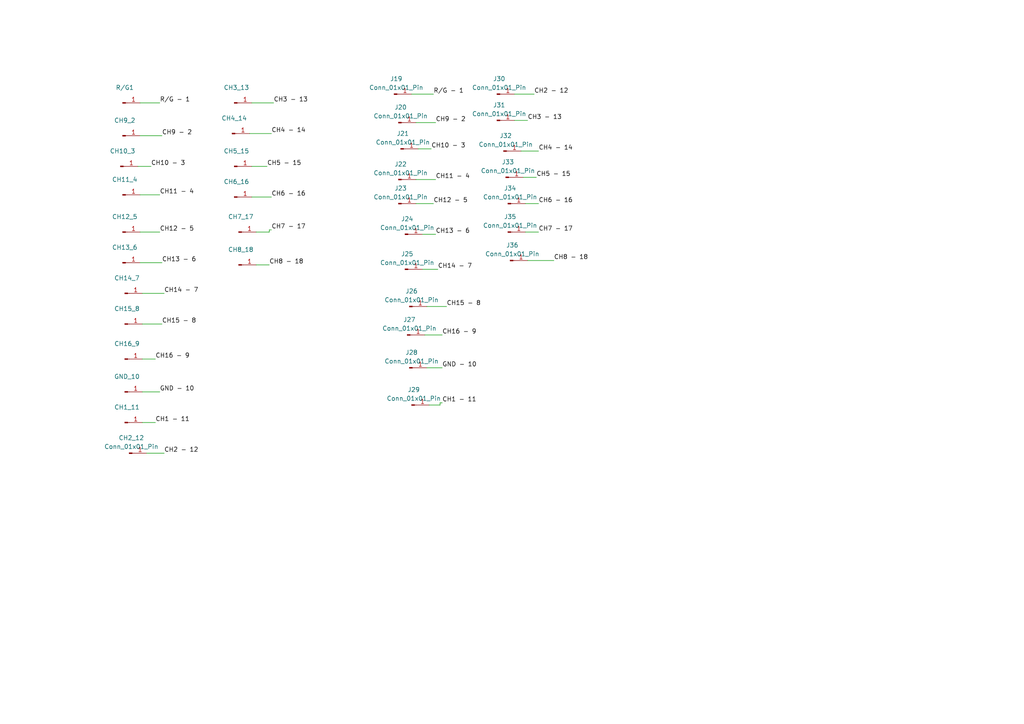
<source format=kicad_sch>
(kicad_sch (version 20230121) (generator eeschema)
  (paper "A4")
  (lib_symbols
    (symbol "Connector:Conn_01x01_Pin" (pin_names (offset 1.016) hide)
      (property "Reference" "J" (at 0 2.54 0))
      (property "Value" "Conn_01x01_Pin" (at 0 -2.54 0))
      (symbol "Conn_01x01_Pin_1_1"
        (polyline (pts (xy 1.27 0) (xy 0.8636 0)) (stroke (width 0.1524)))
        (rectangle (start 0.8636 0.127) (end 0 -0.127) (stroke (width 0.1524)) (fill (type outline)))
        (pin passive line (at 5.08 0 180) (length 3.81) (name "Pin_1") (number "1"))
      )
    )
  )
  (wire (pts (xy 128.27 106.68) (xy 123.825 106.68)))
  (wire (pts (xy 127 78.105) (xy 122.555 78.105)))
  (wire (pts (xy 128.27 116.84) (xy 127.635 116.84)))
  (wire (pts (xy 125.73 27.305) (xy 119.38 27.305)))
  (wire (pts (xy 127.635 117.475) (xy 124.46 117.475)))
  (wire (pts (xy 129.54 88.9) (xy 123.825 88.9)))
  (wire (pts (xy 46.99 76.2) (xy 40.64 76.2)))
  (wire (pts (xy 126.365 35.56) (xy 120.65 35.56)))
  (wire (pts (xy 46.355 29.845) (xy 40.64 29.845)))
  (wire (pts (xy 46.355 113.665) (xy 41.275 113.665)))
  (wire (pts (xy 78.105 67.31) (xy 74.295 67.31)))
  (wire (pts (xy 46.355 67.31) (xy 40.64 67.31)))
  (wire (pts (xy 78.74 66.675) (xy 78.105 66.675)))
  (wire (pts (xy 79.375 29.845) (xy 73.025 29.845)))
  (wire (pts (xy 47.625 131.445) (xy 42.545 131.445)))
  (wire (pts (xy 78.105 66.675) (xy 78.105 67.31)))
  (wire (pts (xy 160.655 75.565) (xy 153.035 75.565)))
  (wire (pts (xy 125.73 59.055) (xy 120.65 59.055)))
  (wire (pts (xy 46.99 93.98) (xy 41.275 93.98)))
  (wire (pts (xy 154.94 27.305) (xy 149.225 27.305)))
  (wire (pts (xy 156.21 67.31) (xy 152.4 67.31)))
  (wire (pts (xy 156.21 43.815) (xy 151.13 43.815)))
  (wire (pts (xy 43.815 48.26) (xy 40.005 48.26)))
  (wire (pts (xy 47.625 85.09) (xy 41.275 85.09)))
  (wire (pts (xy 45.085 104.14) (xy 41.275 104.14)))
  (wire (pts (xy 126.365 67.945) (xy 122.555 67.945)))
  (wire (pts (xy 156.21 59.055) (xy 152.4 59.055)))
  (wire (pts (xy 126.365 52.07) (xy 120.65 52.07)))
  (wire (pts (xy 78.74 38.735) (xy 72.39 38.735)))
  (wire (pts (xy 46.99 39.37) (xy 40.64 39.37)))
  (wire (pts (xy 46.355 56.515) (xy 40.64 56.515)))
  (wire (pts (xy 78.74 57.15) (xy 73.025 57.15)))
  (wire (pts (xy 127.635 116.84) (xy 127.635 117.475)))
  (wire (pts (xy 155.575 51.435) (xy 151.765 51.435)))
  (wire (pts (xy 128.27 97.155) (xy 123.19 97.155)))
  (wire (pts (xy 77.47 48.26) (xy 73.025 48.26)))
  (wire (pts (xy 153.035 34.925) (xy 149.225 34.925)))
  (wire (pts (xy 125.095 43.18) (xy 121.285 43.18)))
  (wire (pts (xy 78.105 76.835) (xy 74.295 76.835)))
  (wire (pts (xy 45.085 122.555) (xy 41.275 122.555)))
  (label "CH6 - 16" (at 78.74 57.15 0))
  (label "CH5 - 15" (at 155.575 51.435 0))
  (label "CH6 - 16" (at 156.21 59.055 0))
  (label "CH7 - 17" (at 156.21 67.31 0))
  (label "R{slash}G - 1" (at 125.73 27.305 0))
  (label "CH11 - 4" (at 46.355 56.515 0))
  (label "CH4 - 14" (at 78.74 38.735 0))
  (label "CH9 - 2" (at 46.99 39.37 0))
  (label "CH12 - 5" (at 46.355 67.31 0))
  (label "CH7 - 17" (at 78.74 66.675 0))
  (label "CH9 - 2" (at 126.365 35.56 0))
  (label "CH15 - 8" (at 129.54 88.9 0))
  (label "CH14 - 7" (at 47.625 85.09 0))
  (label "CH16 - 9" (at 45.085 104.14 0))
  (label "CH2 - 12" (at 154.94 27.305 0))
  (label "CH4 - 14" (at 156.21 43.815 0))
  (label "CH13 - 6" (at 46.99 76.2 0))
  (label "CH2 - 12" (at 47.625 131.445 0))
  (label "CH3 - 13" (at 153.035 34.925 0))
  (label "CH1 - 11" (at 45.085 122.555 0))
  (label "CH13 - 6" (at 126.365 67.945 0))
  (label "CH1 - 11" (at 128.27 116.84 0))
  (label "CH16 - 9" (at 128.27 97.155 0))
  (label "CH12 - 5" (at 125.73 59.055 0))
  (label "CH8 - 18" (at 160.655 75.565 0))
  (label "R{slash}G - 1" (at 46.355 29.845 0))
  (label "CH8 - 18" (at 78.105 76.835 0))
  (label "GND - 10" (at 128.27 106.68 0))
  (label "CH5 - 15" (at 77.47 48.26 0))
  (label "CH10 - 3" (at 125.095 43.18 0))
  (label "GND - 10" (at 46.355 113.665 0))
  (label "CH10 - 3" (at 43.815 48.26 0))
  (label "CH14 - 7" (at 127 78.105 0))
  (label "CH15 - 8" (at 46.99 93.98 0))
  (label "CH11 - 4" (at 126.365 52.07 0))
  (label "CH3 - 13" (at 79.375 29.845 0))
  (symbol (lib_id "Connector:Conn_01x01_Pin") (at 119.38 117.475 0) (unit 1)
    (property "Reference" "J29" (at 120.015 113.03 0))
    (property "Value" "Conn_01x01_Pin" (at 120.015 115.57 0))
    (property "Footprint" "Connector_Pin:Pin_D1.3mm_L11.0mm" (effects hide))
  )
  (symbol (lib_id "Connector:Conn_01x01_Pin") (at 147.32 59.055 0) (unit 1)
    (property "Reference" "J34" (at 147.955 54.61 0))
    (property "Value" "Conn_01x01_Pin" (at 147.955 57.15 0))
    (property "Footprint" "Connector_Pin:Pin_D1.3mm_L11.0mm" (effects hide))
  )
  (symbol (lib_id "Connector:Conn_01x01_Pin") (at 37.465 131.445 0) (unit 1)
    (property "Reference" "CH2_12" (at 38.1 127 0))
    (property "Value" "Conn_01x01_Pin" (at 38.1 129.54 0))
    (property "Footprint" "test pad:Test Pad" (effects hide))
  )
  (symbol (lib_id "Connector:Conn_01x01_Pin") (at 36.195 85.09 0) (unit 1)
    (property "Reference" "CH14_7" (at 36.83 80.645 0))
    (property "Value" "Conn_01x01_Pin" (effects hide))
    (property "Footprint" "test pad:Test Pad" (effects hide))
  )
  (symbol (lib_id "Connector:Conn_01x01_Pin") (at 115.57 59.055 0) (unit 1)
    (property "Reference" "J23" (at 116.205 54.61 0))
    (property "Value" "Conn_01x01_Pin" (at 116.205 57.15 0))
    (property "Footprint" "Connector_Pin:Pin_D1.3mm_L11.0mm" (effects hide))
  )
  (symbol (lib_id "Connector:Conn_01x01_Pin") (at 36.195 113.665 0) (unit 1)
    (property "Reference" "GND_10" (at 36.83 109.22 0))
    (property "Value" "Conn_01x01_Pin" (effects hide))
    (property "Footprint" "test pad:Test Pad" (effects hide))
  )
  (symbol (lib_id "Connector:Conn_01x01_Pin") (at 67.945 57.15 0) (unit 1)
    (property "Reference" "CH6_16" (at 68.58 52.705 0))
    (property "Value" "Conn_01x01_Pin" (effects hide))
    (property "Footprint" "test pad:Test Pad" (effects hide))
  )
  (symbol (lib_id "Connector:Conn_01x01_Pin") (at 69.215 76.835 0) (unit 1)
    (property "Reference" "CH8_18" (at 69.85 72.39 0))
    (property "Value" "Conn_01x01_Pin" (effects hide))
    (property "Footprint" "test pad:Test Pad" (effects hide))
  )
  (symbol (lib_id "Connector:Conn_01x01_Pin") (at 115.57 52.07 0) (unit 1)
    (property "Reference" "J22" (at 116.205 47.625 0))
    (property "Value" "Conn_01x01_Pin" (at 116.205 50.165 0))
    (property "Footprint" "Connector_Pin:Pin_D1.3mm_L11.0mm" (effects hide))
  )
  (symbol (lib_id "Connector:Conn_01x01_Pin") (at 36.195 93.98 0) (unit 1)
    (property "Reference" "CH15_8" (at 36.83 89.535 0))
    (property "Value" "Conn_01x01_Pin" (effects hide))
    (property "Footprint" "test pad:Test Pad" (effects hide))
  )
  (symbol (lib_id "Connector:Conn_01x01_Pin") (at 114.3 27.305 0) (unit 1)
    (property "Reference" "J19" (at 114.935 22.86 0))
    (property "Value" "Conn_01x01_Pin" (at 114.935 25.4 0))
    (property "Footprint" "Connector_Pin:Pin_D1.3mm_L11.0mm" (effects hide))
  )
  (symbol (lib_id "Connector:Conn_01x01_Pin") (at 144.145 34.925 0) (unit 1)
    (property "Reference" "J31" (at 144.78 30.48 0))
    (property "Value" "Conn_01x01_Pin" (at 144.78 33.02 0))
    (property "Footprint" "Connector_Pin:Pin_D1.3mm_L11.0mm" (effects hide))
  )
  (symbol (lib_id "Connector:Conn_01x01_Pin") (at 67.31 38.735 0) (unit 1)
    (property "Reference" "CH4_14" (at 67.945 34.29 0))
    (property "Value" "Conn_01x01_Pin" (effects hide))
    (property "Footprint" "test pad:Test Pad" (effects hide))
  )
  (symbol (lib_id "Connector:Conn_01x01_Pin") (at 35.56 56.515 0) (unit 1)
    (property "Reference" "CH11_4" (at 36.195 52.07 0))
    (property "Value" "Conn_01x01_Pin" (effects hide))
    (property "Footprint" "test pad:Test Pad" (effects hide))
  )
  (symbol (lib_id "Connector:Conn_01x01_Pin") (at 146.05 43.815 0) (unit 1)
    (property "Reference" "J32" (at 146.685 39.37 0))
    (property "Value" "Conn_01x01_Pin" (at 146.685 41.91 0))
    (property "Footprint" "Connector_Pin:Pin_D1.3mm_L11.0mm" (effects hide))
  )
  (symbol (lib_id "Connector:Conn_01x01_Pin") (at 117.475 67.945 0) (unit 1)
    (property "Reference" "J24" (at 118.11 63.5 0))
    (property "Value" "Conn_01x01_Pin" (at 118.11 66.04 0))
    (property "Footprint" "Connector_Pin:Pin_D1.3mm_L11.0mm" (effects hide))
  )
  (symbol (lib_id "Connector:Conn_01x01_Pin") (at 67.945 48.26 0) (unit 1)
    (property "Reference" "CH5_15" (at 68.58 43.815 0))
    (property "Value" "Conn_01x01_Pin" (effects hide))
    (property "Footprint" "test pad:Test Pad" (effects hide))
  )
  (symbol (lib_id "Connector:Conn_01x01_Pin") (at 67.945 29.845 0) (unit 1)
    (property "Reference" "CH3_13" (at 68.58 25.4 0))
    (property "Value" "Conn_01x01_Pin" (effects hide))
    (property "Footprint" "test pad:Test Pad" (effects hide))
  )
  (symbol (lib_id "Connector:Conn_01x01_Pin") (at 118.745 88.9 0) (unit 1)
    (property "Reference" "J26" (at 119.38 84.455 0))
    (property "Value" "Conn_01x01_Pin" (at 119.38 86.995 0))
    (property "Footprint" "Connector_Pin:Pin_D1.3mm_L11.0mm" (effects hide))
  )
  (symbol (lib_id "Connector:Conn_01x01_Pin") (at 35.56 76.2 0) (unit 1)
    (property "Reference" "CH13_6" (at 36.195 71.755 0))
    (property "Value" "Conn_01x01_Pin" (effects hide))
    (property "Footprint" "test pad:Test Pad" (effects hide))
  )
  (symbol (lib_id "Connector:Conn_01x01_Pin") (at 35.56 29.845 0) (unit 1)
    (property "Reference" "R/G1" (at 36.195 25.4 0))
    (property "Value" "Conn_01x01_Pin" (effects hide))
    (property "Footprint" "test pad:Test Pad" (effects hide))
  )
  (symbol (lib_id "Connector:Conn_01x01_Pin") (at 146.685 51.435 0) (unit 1)
    (property "Reference" "J33" (at 147.32 46.99 0))
    (property "Value" "Conn_01x01_Pin" (at 147.32 49.53 0))
    (property "Footprint" "Connector_Pin:Pin_D1.3mm_L11.0mm" (effects hide))
  )
  (symbol (lib_id "Connector:Conn_01x01_Pin") (at 144.145 27.305 0) (unit 1)
    (property "Reference" "J30" (at 144.78 22.86 0))
    (property "Value" "Conn_01x01_Pin" (at 144.78 25.4 0))
    (property "Footprint" "Connector_Pin:Pin_D1.3mm_L11.0mm" (effects hide))
  )
  (symbol (lib_id "Connector:Conn_01x01_Pin") (at 118.745 106.68 0) (unit 1)
    (property "Reference" "J28" (at 119.38 102.235 0))
    (property "Value" "Conn_01x01_Pin" (at 119.38 104.775 0))
    (property "Footprint" "Connector_Pin:Pin_D1.3mm_L11.0mm" (effects hide))
  )
  (symbol (lib_id "Connector:Conn_01x01_Pin") (at 118.11 97.155 0) (unit 1)
    (property "Reference" "J27" (at 118.745 92.71 0))
    (property "Value" "Conn_01x01_Pin" (at 118.745 95.25 0))
    (property "Footprint" "Connector_Pin:Pin_D1.3mm_L11.0mm" (effects hide))
  )
  (symbol (lib_id "Connector:Conn_01x01_Pin") (at 117.475 78.105 0) (unit 1)
    (property "Reference" "J25" (at 118.11 73.66 0))
    (property "Value" "Conn_01x01_Pin" (at 118.11 76.2 0))
    (property "Footprint" "Connector_Pin:Pin_D1.3mm_L11.0mm" (effects hide))
  )
  (symbol (lib_id "Connector:Conn_01x01_Pin") (at 35.56 67.31 0) (unit 1)
    (property "Reference" "CH12_5" (at 36.195 62.865 0))
    (property "Value" "Conn_01x01_Pin" (effects hide))
    (property "Footprint" "test pad:Test Pad" (effects hide))
  )
  (symbol (lib_id "Connector:Conn_01x01_Pin") (at 36.195 122.555 0) (unit 1)
    (property "Reference" "CH1_11" (at 36.83 118.11 0))
    (property "Value" "Conn_01x01_Pin" (effects hide))
    (property "Footprint" "test pad:Test Pad" (effects hide))
  )
  (symbol (lib_id "Connector:Conn_01x01_Pin") (at 147.955 75.565 0) (unit 1)
    (property "Reference" "J36" (at 148.59 71.12 0))
    (property "Value" "Conn_01x01_Pin" (at 148.59 73.66 0))
    (property "Footprint" "Connector_Pin:Pin_D1.3mm_L11.0mm" (effects hide))
  )
  (symbol (lib_id "Connector:Conn_01x01_Pin") (at 115.57 35.56 0) (unit 1)
    (property "Reference" "J20" (at 116.205 31.115 0))
    (property "Value" "Conn_01x01_Pin" (at 116.205 33.655 0))
    (property "Footprint" "Connector_Pin:Pin_D1.3mm_L11.0mm" (effects hide))
  )
  (symbol (lib_id "Connector:Conn_01x01_Pin") (at 34.925 48.26 0) (unit 1)
    (property "Reference" "CH10_3" (at 35.56 43.815 0))
    (property "Value" "Conn_01x01_Pin" (effects hide))
    (property "Footprint" "test pad:Test Pad" (effects hide))
  )
  (symbol (lib_id "Connector:Conn_01x01_Pin") (at 116.205 43.18 0) (unit 1)
    (property "Reference" "J21" (at 116.84 38.735 0))
    (property "Value" "Conn_01x01_Pin" (at 116.84 41.275 0))
    (property "Footprint" "Connector_Pin:Pin_D1.3mm_L11.0mm" (effects hide))
  )
  (symbol (lib_id "Connector:Conn_01x01_Pin") (at 35.56 39.37 0) (unit 1)
    (property "Reference" "CH9_2" (at 36.195 34.925 0))
    (property "Value" "Conn_01x01_Pin" (effects hide))
    (property "Footprint" "test pad:Test Pad" (effects hide))
  )
  (symbol (lib_id "Connector:Conn_01x01_Pin") (at 147.32 67.31 0) (unit 1)
    (property "Reference" "J35" (at 147.955 62.865 0))
    (property "Value" "Conn_01x01_Pin" (at 147.955 65.405 0))
    (property "Footprint" "Connector_Pin:Pin_D1.3mm_L11.0mm" (effects hide))
  )
  (symbol (lib_id "Connector:Conn_01x01_Pin") (at 36.195 104.14 0) (unit 1)
    (property "Reference" "CH16_9" (at 36.83 99.695 0))
    (property "Value" "Conn_01x01_Pin" (effects hide))
    (property "Footprint" "test pad:Test Pad" (effects hide))
  )
  (symbol (lib_id "Connector:Conn_01x01_Pin") (at 69.215 67.31 0) (unit 1)
    (property "Reference" "CH7_17" (at 69.85 62.865 0))
    (property "Value" "Conn_01x01_Pin" (effects hide))
    (property "Footprint" "test pad:Test Pad" (effects hide))
  )
)
</source>
